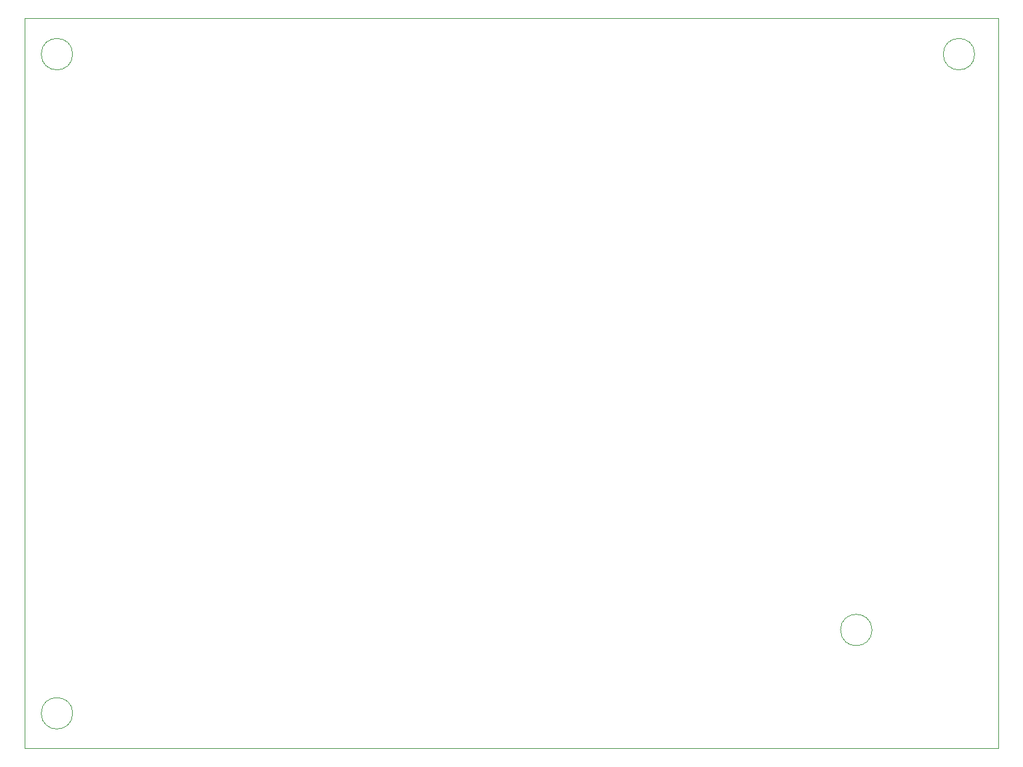
<source format=gbr>
%TF.GenerationSoftware,KiCad,Pcbnew,7.0.7*%
%TF.CreationDate,2024-02-19T11:00:26-08:00*%
%TF.ProjectId,Core-Board,436f7265-2d42-46f6-9172-642e6b696361,rev?*%
%TF.SameCoordinates,Original*%
%TF.FileFunction,Profile,NP*%
%FSLAX46Y46*%
G04 Gerber Fmt 4.6, Leading zero omitted, Abs format (unit mm)*
G04 Created by KiCad (PCBNEW 7.0.7) date 2024-02-19 11:00:26*
%MOMM*%
%LPD*%
G01*
G04 APERTURE LIST*
%TA.AperFunction,Profile*%
%ADD10C,0.100000*%
%TD*%
G04 APERTURE END LIST*
D10*
X120550000Y-154178000D02*
G75*
G03*
X120550000Y-154178000I-2050000J0D01*
G01*
X120550000Y-68173600D02*
G75*
G03*
X120550000Y-68173600I-2050000J0D01*
G01*
X224808000Y-143306800D02*
G75*
G03*
X224808000Y-143306800I-2050000J0D01*
G01*
X238201200Y-68173600D02*
G75*
G03*
X238201200Y-68173600I-2050000J0D01*
G01*
X114300000Y-63500000D02*
X241300000Y-63500000D01*
X241300000Y-158750000D01*
X114300000Y-158750000D01*
X114300000Y-63500000D01*
M02*

</source>
